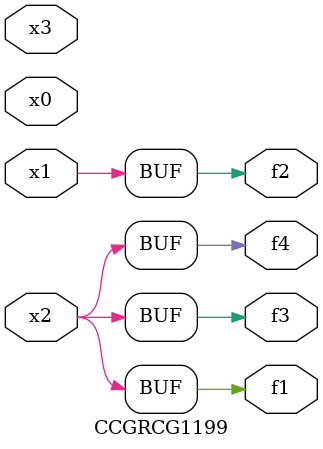
<source format=v>
module CCGRCG1199(
	input x0, x1, x2, x3,
	output f1, f2, f3, f4
);
	assign f1 = x2;
	assign f2 = x1;
	assign f3 = x2;
	assign f4 = x2;
endmodule

</source>
